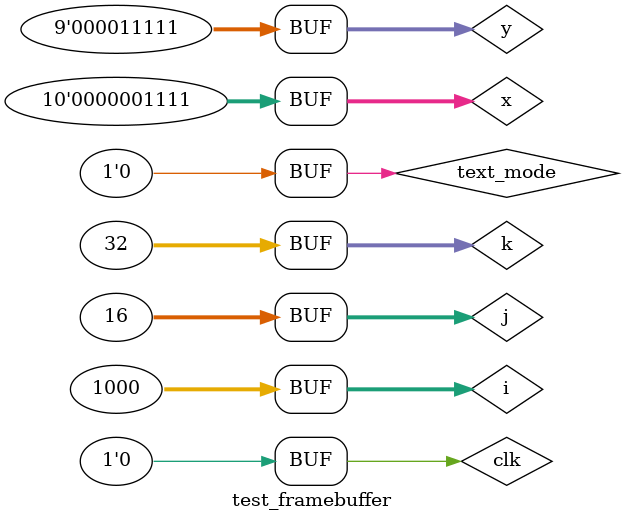
<source format=v>
`timescale 1ns / 1ps

module test_framebuffer;

	// Inputs
	reg clk;
	reg [9:0] x;
	reg [8:0] y;
	reg text_mode;

	// Outputs
	wire [2:0] pixel;

	// Instantiate the Unit Under Test (UUT)
	framebuffer uut (
		.clk(clk), 
		.x(x), 
		.y(y), 
		.text_mode(text_mode), 
		.pixel(pixel)
	);

	initial begin
		// Initialize Inputs
		clk = 0;
		text_mode = 0;

		// Wait 100 ns for global reset to finish
		#100;
	end
	
	integer i;
	initial begin
		for (i = 0 ; i < 1000 ; i = i+1)
			#2 clk = ~clk;
	end

	integer j,k;
	initial begin
		#100;
		for (j = 0 ; j < 8*2 ; j = j+1)
		begin
			for (k = 0 ; k < 16*2; k = k+1)
			begin
				#4
				x = j;
				y = k;
			end
		end
	end
      
endmodule


</source>
